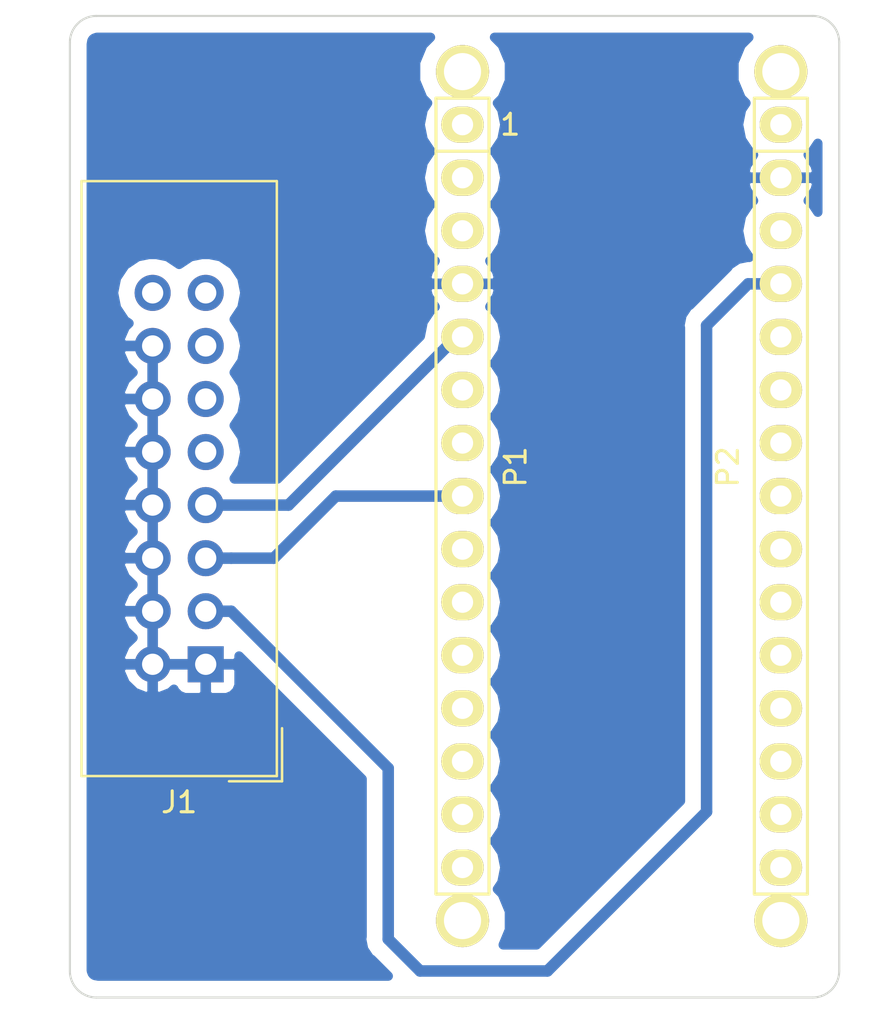
<source format=kicad_pcb>
(kicad_pcb (version 20171130) (host pcbnew "(5.0.0)")

  (general
    (thickness 1.6)
    (drawings 24)
    (tracks 16)
    (zones 0)
    (modules 7)
    (nets 39)
  )

  (page A4)
  (title_block
    (date "jeu. 02 avril 2015")
  )

  (layers
    (0 F.Cu signal)
    (31 B.Cu signal)
    (32 B.Adhes user)
    (33 F.Adhes user)
    (34 B.Paste user)
    (35 F.Paste user)
    (36 B.SilkS user)
    (37 F.SilkS user)
    (38 B.Mask user)
    (39 F.Mask user)
    (40 Dwgs.User user)
    (41 Cmts.User user)
    (42 Eco1.User user)
    (43 Eco2.User user)
    (44 Edge.Cuts user)
    (45 Margin user)
    (46 B.CrtYd user)
    (47 F.CrtYd user hide)
    (48 B.Fab user)
    (49 F.Fab user)
  )

  (setup
    (last_trace_width 0.55)
    (trace_clearance 0.75)
    (zone_clearance 0.508)
    (zone_45_only no)
    (trace_min 0.2)
    (segment_width 0.15)
    (edge_width 0.1)
    (via_size 0.6)
    (via_drill 0.4)
    (via_min_size 0.4)
    (via_min_drill 0.3)
    (uvia_size 0.3)
    (uvia_drill 0.1)
    (uvias_allowed no)
    (uvia_min_size 0.2)
    (uvia_min_drill 0.1)
    (pcb_text_width 0.3)
    (pcb_text_size 1.5 1.5)
    (mod_edge_width 0.15)
    (mod_text_size 1 1)
    (mod_text_width 0.15)
    (pad_size 1.5 1.5)
    (pad_drill 0.6)
    (pad_to_mask_clearance 0)
    (aux_axis_origin 138.176 110.617)
    (visible_elements 7FFFFFFF)
    (pcbplotparams
      (layerselection 0x00010_fffffffe)
      (usegerberextensions false)
      (usegerberattributes false)
      (usegerberadvancedattributes false)
      (creategerberjobfile false)
      (excludeedgelayer false)
      (linewidth 0.100000)
      (plotframeref false)
      (viasonmask false)
      (mode 1)
      (useauxorigin false)
      (hpglpennumber 1)
      (hpglpenspeed 20)
      (hpglpendiameter 15.000000)
      (psnegative false)
      (psa4output false)
      (plotreference true)
      (plotvalue true)
      (plotinvisibletext false)
      (padsonsilk false)
      (subtractmaskfromsilk false)
      (outputformat 3)
      (mirror false)
      (drillshape 2)
      (scaleselection 1)
      (outputdirectory ""))
  )

  (net 0 "")
  (net 1 "/1(Tx)")
  (net 2 "/0(Rx)")
  (net 3 GND)
  (net 4 "/3(**)")
  (net 5 /4)
  (net 6 "/6(**)")
  (net 7 /7)
  (net 8 /8)
  (net 9 "/9(**)")
  (net 10 "/10(**/SS)")
  (net 11 /Vin)
  (net 12 +5V)
  (net 13 /A7)
  (net 14 /A6)
  (net 15 /A5)
  (net 16 /A4)
  (net 17 /A3)
  (net 18 /A2)
  (net 19 /A1)
  (net 20 /A0)
  (net 21 /AREF)
  (net 22 "/13(SCK)")
  (net 23 "Net-(P3-Pad1)")
  (net 24 "Net-(P4-Pad1)")
  (net 25 "Net-(P5-Pad1)")
  (net 26 "Net-(P6-Pad1)")
  (net 27 +3V3)
  (net 28 "/11(**/MOSI)")
  (net 29 "/12(MISO)")
  (net 30 "Net-(P1-Pad3)")
  (net 31 /STEP)
  (net 32 /DIR)
  (net 33 "Net-(P2-Pad3)")
  (net 34 "Net-(J1-Pad16)")
  (net 35 "Net-(J1-Pad15)")
  (net 36 "Net-(J1-Pad13)")
  (net 37 "Net-(J1-Pad11)")
  (net 38 "Net-(J1-Pad9)")

  (net_class Default "This is the default net class."
    (clearance 0.75)
    (trace_width 0.55)
    (via_dia 0.6)
    (via_drill 0.4)
    (uvia_dia 0.3)
    (uvia_drill 0.1)
    (add_net +3V3)
    (add_net +5V)
    (add_net "/0(Rx)")
    (add_net "/1(Tx)")
    (add_net "/10(**/SS)")
    (add_net "/11(**/MOSI)")
    (add_net "/12(MISO)")
    (add_net "/13(SCK)")
    (add_net "/3(**)")
    (add_net /4)
    (add_net "/6(**)")
    (add_net /7)
    (add_net /8)
    (add_net "/9(**)")
    (add_net /A0)
    (add_net /A1)
    (add_net /A2)
    (add_net /A3)
    (add_net /A4)
    (add_net /A5)
    (add_net /A6)
    (add_net /A7)
    (add_net /AREF)
    (add_net /DIR)
    (add_net /STEP)
    (add_net /Vin)
    (add_net GND)
    (add_net "Net-(J1-Pad11)")
    (add_net "Net-(J1-Pad13)")
    (add_net "Net-(J1-Pad15)")
    (add_net "Net-(J1-Pad16)")
    (add_net "Net-(J1-Pad9)")
    (add_net "Net-(P1-Pad3)")
    (add_net "Net-(P2-Pad3)")
    (add_net "Net-(P3-Pad1)")
    (add_net "Net-(P4-Pad1)")
    (add_net "Net-(P5-Pad1)")
    (add_net "Net-(P6-Pad1)")
  )

  (module Connectors_IDC:IDC-Header_2x08_Pitch2.54mm_Straight (layer F.Cu) (tedit 59DE0341) (tstamp 5BC50B36)
    (at 127.1524 97.0788 180)
    (descr "16 pins through hole IDC header")
    (tags "IDC header socket VASCH")
    (path /5BC7D395)
    (fp_text reference J1 (at 1.27 -6.604 180) (layer F.SilkS)
      (effects (font (size 1 1) (thickness 0.15)))
    )
    (fp_text value Conn_02x08_Odd_Even (at 1.27 24.384 180) (layer F.Fab)
      (effects (font (size 1 1) (thickness 0.15)))
    )
    (fp_line (start -3.655 -5.6) (end -1.115 -5.6) (layer F.SilkS) (width 0.12))
    (fp_line (start -3.655 -5.6) (end -3.655 -3.06) (layer F.SilkS) (width 0.12))
    (fp_line (start -3.405 -5.35) (end 5.945 -5.35) (layer F.SilkS) (width 0.12))
    (fp_line (start -3.405 23.13) (end -3.405 -5.35) (layer F.SilkS) (width 0.12))
    (fp_line (start 5.945 23.13) (end -3.405 23.13) (layer F.SilkS) (width 0.12))
    (fp_line (start 5.945 -5.35) (end 5.945 23.13) (layer F.SilkS) (width 0.12))
    (fp_line (start -3.91 -5.85) (end 6.2 -5.85) (layer F.CrtYd) (width 0.05))
    (fp_line (start -3.91 23.38) (end -3.91 -5.85) (layer F.CrtYd) (width 0.05))
    (fp_line (start 6.2 23.38) (end -3.91 23.38) (layer F.CrtYd) (width 0.05))
    (fp_line (start 6.2 -5.85) (end 6.2 23.38) (layer F.CrtYd) (width 0.05))
    (fp_line (start -3.155 22.88) (end -2.605 22.32) (layer F.Fab) (width 0.1))
    (fp_line (start -3.155 -5.1) (end -2.605 -4.56) (layer F.Fab) (width 0.1))
    (fp_line (start 5.695 22.88) (end 5.145 22.32) (layer F.Fab) (width 0.1))
    (fp_line (start 5.695 -5.1) (end 5.145 -4.56) (layer F.Fab) (width 0.1))
    (fp_line (start 5.145 22.32) (end -2.605 22.32) (layer F.Fab) (width 0.1))
    (fp_line (start 5.695 22.88) (end -3.155 22.88) (layer F.Fab) (width 0.1))
    (fp_line (start 5.145 -4.56) (end -2.605 -4.56) (layer F.Fab) (width 0.1))
    (fp_line (start 5.695 -5.1) (end -3.155 -5.1) (layer F.Fab) (width 0.1))
    (fp_line (start -2.605 11.14) (end -3.155 11.14) (layer F.Fab) (width 0.1))
    (fp_line (start -2.605 6.64) (end -3.155 6.64) (layer F.Fab) (width 0.1))
    (fp_line (start -2.605 11.14) (end -2.605 22.32) (layer F.Fab) (width 0.1))
    (fp_line (start -2.605 -4.56) (end -2.605 6.64) (layer F.Fab) (width 0.1))
    (fp_line (start -3.155 -5.1) (end -3.155 22.88) (layer F.Fab) (width 0.1))
    (fp_line (start 5.145 -4.56) (end 5.145 22.32) (layer F.Fab) (width 0.1))
    (fp_line (start 5.695 -5.1) (end 5.695 22.88) (layer F.Fab) (width 0.1))
    (fp_text user %R (at 1.27 8.89 180) (layer F.Fab)
      (effects (font (size 1 1) (thickness 0.15)))
    )
    (pad 16 thru_hole oval (at 2.54 17.78 180) (size 1.7272 1.7272) (drill 1.016) (layers *.Cu *.Mask)
      (net 34 "Net-(J1-Pad16)"))
    (pad 15 thru_hole oval (at 0 17.78 180) (size 1.7272 1.7272) (drill 1.016) (layers *.Cu *.Mask)
      (net 35 "Net-(J1-Pad15)"))
    (pad 14 thru_hole oval (at 2.54 15.24 180) (size 1.7272 1.7272) (drill 1.016) (layers *.Cu *.Mask)
      (net 3 GND))
    (pad 13 thru_hole oval (at 0 15.24 180) (size 1.7272 1.7272) (drill 1.016) (layers *.Cu *.Mask)
      (net 36 "Net-(J1-Pad13)"))
    (pad 12 thru_hole oval (at 2.54 12.7 180) (size 1.7272 1.7272) (drill 1.016) (layers *.Cu *.Mask)
      (net 3 GND))
    (pad 11 thru_hole oval (at 0 12.7 180) (size 1.7272 1.7272) (drill 1.016) (layers *.Cu *.Mask)
      (net 37 "Net-(J1-Pad11)"))
    (pad 10 thru_hole oval (at 2.54 10.16 180) (size 1.7272 1.7272) (drill 1.016) (layers *.Cu *.Mask)
      (net 3 GND))
    (pad 9 thru_hole oval (at 0 10.16 180) (size 1.7272 1.7272) (drill 1.016) (layers *.Cu *.Mask)
      (net 38 "Net-(J1-Pad9)"))
    (pad 8 thru_hole oval (at 2.54 7.62 180) (size 1.7272 1.7272) (drill 1.016) (layers *.Cu *.Mask)
      (net 3 GND))
    (pad 7 thru_hole oval (at 0 7.62 180) (size 1.7272 1.7272) (drill 1.016) (layers *.Cu *.Mask)
      (net 31 /STEP))
    (pad 6 thru_hole oval (at 2.54 5.08 180) (size 1.7272 1.7272) (drill 1.016) (layers *.Cu *.Mask)
      (net 3 GND))
    (pad 5 thru_hole oval (at 0 5.08 180) (size 1.7272 1.7272) (drill 1.016) (layers *.Cu *.Mask)
      (net 32 /DIR))
    (pad 4 thru_hole oval (at 2.54 2.54 180) (size 1.7272 1.7272) (drill 1.016) (layers *.Cu *.Mask)
      (net 3 GND))
    (pad 3 thru_hole oval (at 0 2.54 180) (size 1.7272 1.7272) (drill 1.016) (layers *.Cu *.Mask)
      (net 12 +5V))
    (pad 2 thru_hole oval (at 2.54 0 180) (size 1.7272 1.7272) (drill 1.016) (layers *.Cu *.Mask)
      (net 3 GND))
    (pad 1 thru_hole rect (at 0 0 180) (size 1.7272 1.7272) (drill 1.016) (layers *.Cu *.Mask)
      (net 3 GND))
    (model ${KISYS3DMOD}/Connectors_IDC.3dshapes/IDC-Header_2x08_Pitch2.54mm_Straight.wrl
      (at (xyz 0 0 0))
      (scale (xyz 1 1 1))
      (rotate (xyz 0 0 0))
    )
  )

  (module Socket_Arduino_Nano:Socket_Strip_Arduino_1x15 locked (layer F.Cu) (tedit 552169C6) (tstamp 551FC9D0)
    (at 139.446 71.247 270)
    (descr "Through hole socket strip")
    (tags "socket strip")
    (path /56D73FAC)
    (fp_text reference P1 (at 16.383 -2.54 270) (layer F.SilkS)
      (effects (font (size 1 1) (thickness 0.15)))
    )
    (fp_text value Digital (at 20.193 -2.54 270) (layer F.Fab)
      (effects (font (size 1 1) (thickness 0.15)))
    )
    (fp_line (start 1.27 -1.27) (end -1.27 -1.27) (layer F.SilkS) (width 0.15))
    (fp_line (start -1.27 -1.27) (end -1.27 1.27) (layer F.SilkS) (width 0.15))
    (fp_line (start -1.27 1.27) (end 1.27 1.27) (layer F.SilkS) (width 0.15))
    (fp_line (start -1.75 -1.75) (end -1.75 1.75) (layer F.CrtYd) (width 0.05))
    (fp_line (start 37.35 -1.75) (end 37.35 1.75) (layer F.CrtYd) (width 0.05))
    (fp_line (start -1.75 -1.75) (end 37.35 -1.75) (layer F.CrtYd) (width 0.05))
    (fp_line (start -1.75 1.75) (end 37.35 1.75) (layer F.CrtYd) (width 0.05))
    (fp_line (start 1.27 -1.27) (end 36.83 -1.27) (layer F.SilkS) (width 0.15))
    (fp_line (start 36.83 -1.27) (end 36.83 1.27) (layer F.SilkS) (width 0.15))
    (fp_line (start 36.83 1.27) (end 1.27 1.27) (layer F.SilkS) (width 0.15))
    (fp_line (start 1.27 1.27) (end 1.27 -1.27) (layer F.SilkS) (width 0.15))
    (pad 1 thru_hole oval (at 0 0 270) (size 1.7272 2.032) (drill 1.016) (layers *.Cu *.Mask F.SilkS)
      (net 1 "/1(Tx)"))
    (pad 2 thru_hole oval (at 2.54 0 270) (size 1.7272 2.032) (drill 1.016) (layers *.Cu *.Mask F.SilkS)
      (net 2 "/0(Rx)"))
    (pad 3 thru_hole oval (at 5.08 0 270) (size 1.7272 2.032) (drill 1.016) (layers *.Cu *.Mask F.SilkS)
      (net 30 "Net-(P1-Pad3)"))
    (pad 4 thru_hole oval (at 7.62 0 270) (size 1.7272 2.032) (drill 1.016) (layers *.Cu *.Mask F.SilkS)
      (net 3 GND))
    (pad 5 thru_hole oval (at 10.16 0 270) (size 1.7272 2.032) (drill 1.016) (layers *.Cu *.Mask F.SilkS)
      (net 31 /STEP))
    (pad 6 thru_hole oval (at 12.7 0 270) (size 1.7272 2.032) (drill 1.016) (layers *.Cu *.Mask F.SilkS)
      (net 4 "/3(**)"))
    (pad 7 thru_hole oval (at 15.24 0 270) (size 1.7272 2.032) (drill 1.016) (layers *.Cu *.Mask F.SilkS)
      (net 5 /4))
    (pad 8 thru_hole oval (at 17.78 0 270) (size 1.7272 2.032) (drill 1.016) (layers *.Cu *.Mask F.SilkS)
      (net 32 /DIR))
    (pad 9 thru_hole oval (at 20.32 0 270) (size 1.7272 2.032) (drill 1.016) (layers *.Cu *.Mask F.SilkS)
      (net 6 "/6(**)"))
    (pad 10 thru_hole oval (at 22.86 0 270) (size 1.7272 2.032) (drill 1.016) (layers *.Cu *.Mask F.SilkS)
      (net 7 /7))
    (pad 11 thru_hole oval (at 25.4 0 270) (size 1.7272 2.032) (drill 1.016) (layers *.Cu *.Mask F.SilkS)
      (net 8 /8))
    (pad 12 thru_hole oval (at 27.94 0 270) (size 1.7272 2.032) (drill 1.016) (layers *.Cu *.Mask F.SilkS)
      (net 9 "/9(**)"))
    (pad 13 thru_hole oval (at 30.48 0 270) (size 1.7272 2.032) (drill 1.016) (layers *.Cu *.Mask F.SilkS)
      (net 10 "/10(**/SS)"))
    (pad 14 thru_hole oval (at 33.02 0 270) (size 1.7272 2.032) (drill 1.016) (layers *.Cu *.Mask F.SilkS)
      (net 28 "/11(**/MOSI)"))
    (pad 15 thru_hole oval (at 35.56 0 270) (size 1.7272 2.032) (drill 1.016) (layers *.Cu *.Mask F.SilkS)
      (net 29 "/12(MISO)"))
    (model ${KIPRJMOD}/Socket_Arduino_Nano.3dshapes/Socket_header_Arduino_1x15.wrl
      (offset (xyz 17.77999973297119 0 0))
      (scale (xyz 1 1 1))
      (rotate (xyz 0 0 180))
    )
  )

  (module Socket_Arduino_Nano:Socket_Strip_Arduino_1x15 locked (layer F.Cu) (tedit 552169D3) (tstamp 551FC9EE)
    (at 154.686 71.247 270)
    (descr "Through hole socket strip")
    (tags "socket strip")
    (path /56D740C7)
    (fp_text reference P2 (at 16.383 2.54 270) (layer F.SilkS)
      (effects (font (size 1 1) (thickness 0.15)))
    )
    (fp_text value Analog (at 20.193 2.54 270) (layer F.Fab)
      (effects (font (size 1 1) (thickness 0.15)))
    )
    (fp_line (start 1.27 -1.27) (end -1.27 -1.27) (layer F.SilkS) (width 0.15))
    (fp_line (start -1.27 -1.27) (end -1.27 1.27) (layer F.SilkS) (width 0.15))
    (fp_line (start -1.27 1.27) (end 1.27 1.27) (layer F.SilkS) (width 0.15))
    (fp_line (start -1.75 -1.75) (end -1.75 1.75) (layer F.CrtYd) (width 0.05))
    (fp_line (start 37.35 -1.75) (end 37.35 1.75) (layer F.CrtYd) (width 0.05))
    (fp_line (start -1.75 -1.75) (end 37.35 -1.75) (layer F.CrtYd) (width 0.05))
    (fp_line (start -1.75 1.75) (end 37.35 1.75) (layer F.CrtYd) (width 0.05))
    (fp_line (start 1.27 -1.27) (end 36.83 -1.27) (layer F.SilkS) (width 0.15))
    (fp_line (start 36.83 -1.27) (end 36.83 1.27) (layer F.SilkS) (width 0.15))
    (fp_line (start 36.83 1.27) (end 1.27 1.27) (layer F.SilkS) (width 0.15))
    (fp_line (start 1.27 1.27) (end 1.27 -1.27) (layer F.SilkS) (width 0.15))
    (pad 1 thru_hole oval (at 0 0 270) (size 1.7272 2.032) (drill 1.016) (layers *.Cu *.Mask F.SilkS)
      (net 11 /Vin))
    (pad 2 thru_hole oval (at 2.54 0 270) (size 1.7272 2.032) (drill 1.016) (layers *.Cu *.Mask F.SilkS)
      (net 3 GND))
    (pad 3 thru_hole oval (at 5.08 0 270) (size 1.7272 2.032) (drill 1.016) (layers *.Cu *.Mask F.SilkS)
      (net 33 "Net-(P2-Pad3)"))
    (pad 4 thru_hole oval (at 7.62 0 270) (size 1.7272 2.032) (drill 1.016) (layers *.Cu *.Mask F.SilkS)
      (net 12 +5V))
    (pad 5 thru_hole oval (at 10.16 0 270) (size 1.7272 2.032) (drill 1.016) (layers *.Cu *.Mask F.SilkS)
      (net 13 /A7))
    (pad 6 thru_hole oval (at 12.7 0 270) (size 1.7272 2.032) (drill 1.016) (layers *.Cu *.Mask F.SilkS)
      (net 14 /A6))
    (pad 7 thru_hole oval (at 15.24 0 270) (size 1.7272 2.032) (drill 1.016) (layers *.Cu *.Mask F.SilkS)
      (net 15 /A5))
    (pad 8 thru_hole oval (at 17.78 0 270) (size 1.7272 2.032) (drill 1.016) (layers *.Cu *.Mask F.SilkS)
      (net 16 /A4))
    (pad 9 thru_hole oval (at 20.32 0 270) (size 1.7272 2.032) (drill 1.016) (layers *.Cu *.Mask F.SilkS)
      (net 17 /A3))
    (pad 10 thru_hole oval (at 22.86 0 270) (size 1.7272 2.032) (drill 1.016) (layers *.Cu *.Mask F.SilkS)
      (net 18 /A2))
    (pad 11 thru_hole oval (at 25.4 0 270) (size 1.7272 2.032) (drill 1.016) (layers *.Cu *.Mask F.SilkS)
      (net 19 /A1))
    (pad 12 thru_hole oval (at 27.94 0 270) (size 1.7272 2.032) (drill 1.016) (layers *.Cu *.Mask F.SilkS)
      (net 20 /A0))
    (pad 13 thru_hole oval (at 30.48 0 270) (size 1.7272 2.032) (drill 1.016) (layers *.Cu *.Mask F.SilkS)
      (net 21 /AREF))
    (pad 14 thru_hole oval (at 33.02 0 270) (size 1.7272 2.032) (drill 1.016) (layers *.Cu *.Mask F.SilkS)
      (net 27 +3V3))
    (pad 15 thru_hole oval (at 35.56 0 270) (size 1.7272 2.032) (drill 1.016) (layers *.Cu *.Mask F.SilkS)
      (net 22 "/13(SCK)"))
    (model ${KIPRJMOD}/Socket_Arduino_Nano.3dshapes/Socket_header_Arduino_1x15.wrl
      (offset (xyz 17.77999973297119 0 0))
      (scale (xyz 1 1 1))
      (rotate (xyz 0 0 180))
    )
  )

  (module Socket_Arduino_Nano:1pin_Nano locked (layer F.Cu) (tedit 5521156E) (tstamp 55211553)
    (at 139.446 68.707)
    (descr "module 1 pin (ou trou mecanique de percage)")
    (tags DEV)
    (path /56D73ADD)
    (fp_text reference P3 (at 0 -2.032) (layer F.SilkS) hide
      (effects (font (size 1 1) (thickness 0.15)))
    )
    (fp_text value CONN_01X01 (at 0 2.032) (layer F.Fab) hide
      (effects (font (size 1 1) (thickness 0.15)))
    )
    (pad 1 thru_hole circle (at 0 0) (size 2.54 2.54) (drill 1.778) (layers *.Cu *.Mask F.SilkS)
      (net 23 "Net-(P3-Pad1)"))
  )

  (module Socket_Arduino_Nano:1pin_Nano locked (layer F.Cu) (tedit 55211594) (tstamp 55211558)
    (at 139.446 109.347)
    (descr "module 1 pin (ou trou mecanique de percage)")
    (tags DEV)
    (path /56D73D86)
    (fp_text reference P4 (at 0 -2.032) (layer F.SilkS) hide
      (effects (font (size 1 1) (thickness 0.15)))
    )
    (fp_text value CONN_01X01 (at 0 2.032) (layer F.Fab) hide
      (effects (font (size 1 1) (thickness 0.15)))
    )
    (pad 1 thru_hole circle (at 0 0) (size 2.54 2.54) (drill 1.778) (layers *.Cu *.Mask F.SilkS)
      (net 24 "Net-(P4-Pad1)"))
  )

  (module Socket_Arduino_Nano:1pin_Nano locked (layer F.Cu) (tedit 552115A5) (tstamp 5521155D)
    (at 154.686 109.347)
    (descr "module 1 pin (ou trou mecanique de percage)")
    (tags DEV)
    (path /56D73DAE)
    (fp_text reference P5 (at 0 -2.032) (layer F.SilkS) hide
      (effects (font (size 1 1) (thickness 0.15)))
    )
    (fp_text value CONN_01X01 (at 0 2.032) (layer F.Fab) hide
      (effects (font (size 1 1) (thickness 0.15)))
    )
    (pad 1 thru_hole circle (at 0 0) (size 2.54 2.54) (drill 1.778) (layers *.Cu *.Mask F.SilkS)
      (net 25 "Net-(P5-Pad1)"))
  )

  (module Socket_Arduino_Nano:1pin_Nano locked (layer F.Cu) (tedit 552115BD) (tstamp 55211562)
    (at 154.686 68.707)
    (descr "module 1 pin (ou trou mecanique de percage)")
    (tags DEV)
    (path /56D73DD9)
    (fp_text reference P6 (at 0 -2.032) (layer F.SilkS) hide
      (effects (font (size 1 1) (thickness 0.15)))
    )
    (fp_text value CONN_01X01 (at 0 2.032) (layer F.Fab) hide
      (effects (font (size 1 1) (thickness 0.15)))
    )
    (pad 1 thru_hole circle (at 0 0) (size 2.54 2.54) (drill 1.778) (layers *.Cu *.Mask F.SilkS)
      (net 26 "Net-(P6-Pad1)"))
  )

  (gr_line (start 157.48 111.76) (end 157.48 67.31) (layer Edge.Cuts) (width 0.1))
  (gr_line (start 121.92 113.03) (end 156.21 113.03) (layer Edge.Cuts) (width 0.1))
  (gr_line (start 120.65 67.31) (end 120.65 111.76) (layer Edge.Cuts) (width 0.1))
  (gr_line (start 156.21 66.04) (end 121.92 66.04) (layer Edge.Cuts) (width 0.1))
  (gr_arc (start 156.21 67.31) (end 157.48 67.31) (angle -90) (layer Edge.Cuts) (width 0.1))
  (gr_arc (start 156.21 111.76) (end 156.21 113.03) (angle -90) (layer Edge.Cuts) (width 0.1))
  (gr_arc (start 121.92 111.76) (end 120.65 111.76) (angle -90) (layer Edge.Cuts) (width 0.1))
  (gr_arc (start 121.92 67.31) (end 121.92 66.04) (angle -90) (layer Edge.Cuts) (width 0.1))
  (gr_text 1 (at 141.732 71.247) (layer F.SilkS)
    (effects (font (size 1 1) (thickness 0.15)))
  )
  (gr_line (start 150.622 112.522) (end 150.622 110.617) (angle 90) (layer Dwgs.User) (width 0.15))
  (gr_line (start 150.622 102.997) (end 150.622 110.617) (angle 90) (layer Dwgs.User) (width 0.15))
  (gr_line (start 143.51 102.997) (end 150.622 102.997) (angle 90) (layer Dwgs.User) (width 0.15))
  (gr_line (start 143.51 110.617) (end 143.51 102.997) (angle 90) (layer Dwgs.User) (width 0.15))
  (gr_line (start 143.51 112.522) (end 150.622 112.522) (angle 90) (layer Dwgs.User) (width 0.15))
  (gr_line (start 143.51 110.617) (end 143.51 112.522) (angle 90) (layer Dwgs.User) (width 0.15))
  (gr_line (start 145.542 87.757) (end 145.542 85.217) (angle 90) (layer Dwgs.User) (width 0.15))
  (gr_line (start 149.479 87.757) (end 145.542 87.757) (angle 90) (layer Dwgs.User) (width 0.15))
  (gr_line (start 149.479 85.217) (end 149.479 87.757) (angle 90) (layer Dwgs.User) (width 0.15))
  (gr_line (start 145.542 85.217) (end 149.479 85.217) (angle 90) (layer Dwgs.User) (width 0.15))
  (gr_circle (center 147.574 86.487) (end 146.812 86.487) (layer Dwgs.User) (width 0.15))
  (gr_line (start 150.876 67.437) (end 143.256 67.437) (angle 90) (layer Dwgs.User) (width 0.15))
  (gr_line (start 150.876 72.517) (end 150.876 67.437) (angle 90) (layer Dwgs.User) (width 0.15))
  (gr_line (start 143.256 72.517) (end 150.876 72.517) (angle 90) (layer Dwgs.User) (width 0.15))
  (gr_line (start 143.256 67.437) (end 143.256 72.517) (angle 90) (layer Dwgs.User) (width 0.15))

  (segment (start 153.12 78.867) (end 154.686 78.867) (width 0.55) (layer B.Cu) (net 12))
  (segment (start 151.13 80.857) (end 153.12 78.867) (width 0.55) (layer B.Cu) (net 12))
  (segment (start 151.13 104.14) (end 151.13 80.857) (width 0.55) (layer B.Cu) (net 12))
  (segment (start 128.373714 94.5388) (end 135.89 102.055086) (width 0.55) (layer B.Cu) (net 12))
  (segment (start 127.1524 94.5388) (end 128.373714 94.5388) (width 0.55) (layer B.Cu) (net 12))
  (segment (start 135.89 102.055086) (end 135.89 110.236) (width 0.55) (layer B.Cu) (net 12))
  (segment (start 137.414 111.76) (end 143.51 111.76) (width 0.55) (layer B.Cu) (net 12))
  (segment (start 135.89 110.236) (end 137.414 111.76) (width 0.55) (layer B.Cu) (net 12))
  (segment (start 143.51 111.76) (end 151.13 104.14) (width 0.55) (layer B.Cu) (net 12))
  (segment (start 139.162703 81.407) (end 139.446 81.407) (width 0.55) (layer B.Cu) (net 31))
  (segment (start 131.110903 89.4588) (end 139.162703 81.407) (width 0.55) (layer B.Cu) (net 31))
  (segment (start 127.1524 89.4588) (end 131.110903 89.4588) (width 0.55) (layer B.Cu) (net 31))
  (segment (start 130.409395 91.9988) (end 128.373714 91.9988) (width 0.55) (layer B.Cu) (net 32))
  (segment (start 128.373714 91.9988) (end 127.1524 91.9988) (width 0.55) (layer B.Cu) (net 32))
  (segment (start 133.381195 89.027) (end 130.409395 91.9988) (width 0.55) (layer B.Cu) (net 32))
  (segment (start 139.446 89.027) (end 133.381195 89.027) (width 0.55) (layer B.Cu) (net 32))

  (zone (net 3) (net_name GND) (layer B.Cu) (tstamp 5BC52237) (hatch edge 0.508)
    (connect_pads (clearance 0.75))
    (min_thickness 0.45)
    (fill yes (arc_segments 16) (thermal_gap 0.508) (thermal_bridge_width 0.508))
    (polygon
      (pts
        (xy 119.126 65.278) (xy 159.004 65.278) (xy 159.258 114.046) (xy 119.38 114.3)
      )
    )
    (filled_polygon
      (pts
        (xy 137.542781 67.43531) (xy 137.201 68.260442) (xy 137.201 69.153558) (xy 137.542781 69.97869) (xy 137.774777 70.210686)
        (xy 137.561677 70.529614) (xy 137.41898 71.247) (xy 137.561677 71.964386) (xy 137.930921 72.517) (xy 137.561677 73.069614)
        (xy 137.41898 73.787) (xy 137.561677 74.504386) (xy 137.930921 75.057) (xy 137.561677 75.609614) (xy 137.41898 76.327)
        (xy 137.561677 77.044386) (xy 137.968043 77.652557) (xy 138.138882 77.766708) (xy 137.807436 78.282801) (xy 137.721453 78.588635)
        (xy 137.880548 78.838) (xy 139.417 78.838) (xy 139.417 78.818) (xy 139.475 78.818) (xy 139.475 78.838)
        (xy 141.011452 78.838) (xy 141.170547 78.588635) (xy 141.084564 78.282801) (xy 140.753118 77.766708) (xy 140.923957 77.652557)
        (xy 141.330323 77.044386) (xy 141.47302 76.327) (xy 141.330323 75.609614) (xy 140.961079 75.057) (xy 141.330323 74.504386)
        (xy 141.47302 73.787) (xy 141.330323 73.069614) (xy 140.961079 72.517) (xy 141.330323 71.964386) (xy 141.47302 71.247)
        (xy 141.330323 70.529614) (xy 141.117223 70.210686) (xy 141.349219 69.97869) (xy 141.691 69.153558) (xy 141.691 68.260442)
        (xy 141.349219 67.43531) (xy 140.978909 67.065) (xy 153.153091 67.065) (xy 152.782781 67.43531) (xy 152.441 68.260442)
        (xy 152.441 69.153558) (xy 152.782781 69.97869) (xy 153.014777 70.210686) (xy 152.801677 70.529614) (xy 152.65898 71.247)
        (xy 152.801677 71.964386) (xy 153.208043 72.572557) (xy 153.378882 72.686708) (xy 153.047436 73.202801) (xy 152.961453 73.508635)
        (xy 153.120548 73.758) (xy 154.657 73.758) (xy 154.657 73.738) (xy 154.715 73.738) (xy 154.715 73.758)
        (xy 156.251452 73.758) (xy 156.410547 73.508635) (xy 156.324564 73.202801) (xy 155.993118 72.686708) (xy 156.163957 72.572557)
        (xy 156.455001 72.136978) (xy 156.455001 75.437022) (xy 156.163957 75.001443) (xy 155.993118 74.887292) (xy 156.324564 74.371199)
        (xy 156.410547 74.065365) (xy 156.251452 73.816) (xy 154.715 73.816) (xy 154.715 73.836) (xy 154.657 73.836)
        (xy 154.657 73.816) (xy 153.120548 73.816) (xy 152.961453 74.065365) (xy 153.047436 74.371199) (xy 153.378882 74.887292)
        (xy 153.208043 75.001443) (xy 152.801677 75.609614) (xy 152.65898 76.327) (xy 152.801677 77.044386) (xy 153.170921 77.597)
        (xy 153.167594 77.60198) (xy 153.12 77.592513) (xy 152.996896 77.617) (xy 152.996891 77.617) (xy 152.632275 77.689527)
        (xy 152.218801 77.965801) (xy 152.149066 78.070167) (xy 150.333168 79.886066) (xy 150.228802 79.955801) (xy 150.159067 80.060167)
        (xy 150.159066 80.060168) (xy 150.094365 80.157) (xy 149.952528 80.369275) (xy 149.933766 80.4636) (xy 149.855513 80.857)
        (xy 149.880001 80.980109) (xy 149.88 103.622233) (xy 142.992234 110.51) (xy 141.39424 110.51) (xy 141.691 109.793558)
        (xy 141.691 108.900442) (xy 141.349219 108.07531) (xy 141.117223 107.843314) (xy 141.330323 107.524386) (xy 141.47302 106.807)
        (xy 141.330323 106.089614) (xy 140.961079 105.537) (xy 141.330323 104.984386) (xy 141.47302 104.267) (xy 141.330323 103.549614)
        (xy 140.961079 102.997) (xy 141.330323 102.444386) (xy 141.47302 101.727) (xy 141.330323 101.009614) (xy 140.961079 100.457)
        (xy 141.330323 99.904386) (xy 141.47302 99.187) (xy 141.330323 98.469614) (xy 140.961079 97.917) (xy 141.330323 97.364386)
        (xy 141.47302 96.647) (xy 141.330323 95.929614) (xy 140.961079 95.377) (xy 141.330323 94.824386) (xy 141.47302 94.107)
        (xy 141.330323 93.389614) (xy 140.961079 92.837) (xy 141.330323 92.284386) (xy 141.47302 91.567) (xy 141.330323 90.849614)
        (xy 140.961079 90.297) (xy 141.330323 89.744386) (xy 141.47302 89.027) (xy 141.330323 88.309614) (xy 140.961079 87.757)
        (xy 141.330323 87.204386) (xy 141.47302 86.487) (xy 141.330323 85.769614) (xy 140.961079 85.217) (xy 141.330323 84.664386)
        (xy 141.47302 83.947) (xy 141.330323 83.229614) (xy 140.961079 82.677) (xy 141.330323 82.124386) (xy 141.47302 81.407)
        (xy 141.330323 80.689614) (xy 140.923957 80.081443) (xy 140.753118 79.967292) (xy 141.084564 79.451199) (xy 141.170547 79.145365)
        (xy 141.011452 78.896) (xy 139.475 78.896) (xy 139.475 78.916) (xy 139.417 78.916) (xy 139.417 78.896)
        (xy 137.880548 78.896) (xy 137.721453 79.145365) (xy 137.807436 79.451199) (xy 138.138882 79.967292) (xy 137.968043 80.081443)
        (xy 137.561677 80.689614) (xy 137.42495 81.376986) (xy 130.593137 88.2088) (xy 128.528442 88.2088) (xy 128.515079 88.1888)
        (xy 128.884323 87.636186) (xy 129.02702 86.9188) (xy 128.884323 86.201414) (xy 128.515079 85.6488) (xy 128.884323 85.096186)
        (xy 129.02702 84.3788) (xy 128.884323 83.661414) (xy 128.515079 83.1088) (xy 128.884323 82.556186) (xy 129.02702 81.8388)
        (xy 128.884323 81.121414) (xy 128.515079 80.5688) (xy 128.884323 80.016186) (xy 129.02702 79.2988) (xy 128.884323 78.581414)
        (xy 128.477957 77.973243) (xy 127.869786 77.566877) (xy 127.333485 77.4602) (xy 126.971315 77.4602) (xy 126.435014 77.566877)
        (xy 125.8824 77.936121) (xy 125.329786 77.566877) (xy 124.793485 77.4602) (xy 124.431315 77.4602) (xy 123.895014 77.566877)
        (xy 123.286843 77.973243) (xy 122.880477 78.581414) (xy 122.73778 79.2988) (xy 122.880477 80.016186) (xy 123.286843 80.624357)
        (xy 123.481049 80.754121) (xy 123.303889 80.923956) (xy 123.053398 81.49434) (xy 123.040253 81.560435) (xy 123.199348 81.8098)
        (xy 124.5834 81.8098) (xy 124.5834 81.7898) (xy 124.6414 81.7898) (xy 124.6414 81.8098) (xy 124.6614 81.8098)
        (xy 124.6614 81.8678) (xy 124.6414 81.8678) (xy 124.6414 84.3498) (xy 124.6614 84.3498) (xy 124.6614 84.4078)
        (xy 124.6414 84.4078) (xy 124.6414 86.8898) (xy 124.6614 86.8898) (xy 124.6614 86.9478) (xy 124.6414 86.9478)
        (xy 124.6414 89.4298) (xy 124.6614 89.4298) (xy 124.6614 89.4878) (xy 124.6414 89.4878) (xy 124.6414 91.9698)
        (xy 124.6614 91.9698) (xy 124.6614 92.0278) (xy 124.6414 92.0278) (xy 124.6414 94.5098) (xy 124.6614 94.5098)
        (xy 124.6614 94.5678) (xy 124.6414 94.5678) (xy 124.6414 97.0498) (xy 127.1234 97.0498) (xy 127.1234 97.0298)
        (xy 127.1814 97.0298) (xy 127.1814 97.0498) (xy 128.56575 97.0498) (xy 128.749 96.86655) (xy 128.749 96.681852)
        (xy 134.64 102.572852) (xy 134.640001 110.112891) (xy 134.615513 110.236) (xy 134.712528 110.723725) (xy 134.877822 110.971105)
        (xy 134.988802 111.137199) (xy 135.093168 111.206934) (xy 135.891233 112.005) (xy 122.009675 112.005) (xy 121.841614 111.975367)
        (xy 121.772682 111.935568) (xy 121.721518 111.874594) (xy 121.678633 111.756769) (xy 121.675 111.715244) (xy 121.675 97.357165)
        (xy 123.040253 97.357165) (xy 123.053398 97.42326) (xy 123.303889 97.993644) (xy 123.753589 98.424751) (xy 124.334035 98.650949)
        (xy 124.5834 98.491889) (xy 124.5834 97.1078) (xy 124.6414 97.1078) (xy 124.6414 98.491889) (xy 124.890765 98.650949)
        (xy 125.471211 98.424751) (xy 125.631538 98.271052) (xy 125.667392 98.357611) (xy 125.873589 98.563807) (xy 126.142997 98.6754)
        (xy 126.94015 98.6754) (xy 127.1234 98.49215) (xy 127.1234 97.1078) (xy 127.1814 97.1078) (xy 127.1814 98.49215)
        (xy 127.36465 98.6754) (xy 128.161803 98.6754) (xy 128.431211 98.563807) (xy 128.637408 98.357611) (xy 128.749 98.088203)
        (xy 128.749 97.29105) (xy 128.56575 97.1078) (xy 127.1814 97.1078) (xy 127.1234 97.1078) (xy 124.6414 97.1078)
        (xy 124.5834 97.1078) (xy 123.199348 97.1078) (xy 123.040253 97.357165) (xy 121.675 97.357165) (xy 121.675 94.817165)
        (xy 123.040253 94.817165) (xy 123.053398 94.88326) (xy 123.303889 95.453644) (xy 123.674362 95.8088) (xy 123.303889 96.163956)
        (xy 123.053398 96.73434) (xy 123.040253 96.800435) (xy 123.199348 97.0498) (xy 124.5834 97.0498) (xy 124.5834 94.5678)
        (xy 123.199348 94.5678) (xy 123.040253 94.817165) (xy 121.675 94.817165) (xy 121.675 92.277165) (xy 123.040253 92.277165)
        (xy 123.053398 92.34326) (xy 123.303889 92.913644) (xy 123.674362 93.2688) (xy 123.303889 93.623956) (xy 123.053398 94.19434)
        (xy 123.040253 94.260435) (xy 123.199348 94.5098) (xy 124.5834 94.5098) (xy 124.5834 92.0278) (xy 123.199348 92.0278)
        (xy 123.040253 92.277165) (xy 121.675 92.277165) (xy 121.675 89.737165) (xy 123.040253 89.737165) (xy 123.053398 89.80326)
        (xy 123.303889 90.373644) (xy 123.674362 90.7288) (xy 123.303889 91.083956) (xy 123.053398 91.65434) (xy 123.040253 91.720435)
        (xy 123.199348 91.9698) (xy 124.5834 91.9698) (xy 124.5834 89.4878) (xy 123.199348 89.4878) (xy 123.040253 89.737165)
        (xy 121.675 89.737165) (xy 121.675 87.197165) (xy 123.040253 87.197165) (xy 123.053398 87.26326) (xy 123.303889 87.833644)
        (xy 123.674362 88.1888) (xy 123.303889 88.543956) (xy 123.053398 89.11434) (xy 123.040253 89.180435) (xy 123.199348 89.4298)
        (xy 124.5834 89.4298) (xy 124.5834 86.9478) (xy 123.199348 86.9478) (xy 123.040253 87.197165) (xy 121.675 87.197165)
        (xy 121.675 84.657165) (xy 123.040253 84.657165) (xy 123.053398 84.72326) (xy 123.303889 85.293644) (xy 123.674362 85.6488)
        (xy 123.303889 86.003956) (xy 123.053398 86.57434) (xy 123.040253 86.640435) (xy 123.199348 86.8898) (xy 124.5834 86.8898)
        (xy 124.5834 84.4078) (xy 123.199348 84.4078) (xy 123.040253 84.657165) (xy 121.675 84.657165) (xy 121.675 82.117165)
        (xy 123.040253 82.117165) (xy 123.053398 82.18326) (xy 123.303889 82.753644) (xy 123.674362 83.1088) (xy 123.303889 83.463956)
        (xy 123.053398 84.03434) (xy 123.040253 84.100435) (xy 123.199348 84.3498) (xy 124.5834 84.3498) (xy 124.5834 81.8678)
        (xy 123.199348 81.8678) (xy 123.040253 82.117165) (xy 121.675 82.117165) (xy 121.675 67.399674) (xy 121.704633 67.231614)
        (xy 121.744432 67.162682) (xy 121.805406 67.111518) (xy 121.923232 67.068633) (xy 121.964756 67.065) (xy 137.913091 67.065)
      )
    )
  )
)

</source>
